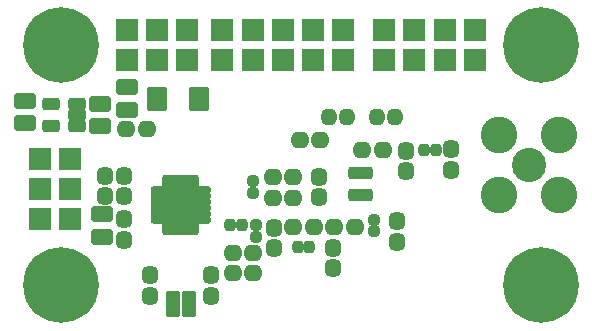
<source format=gbr>
%TF.GenerationSoftware,KiCad,Pcbnew,6.0.10+dfsg-1~bpo11+1*%
%TF.CreationDate,2023-02-14T07:13:44+00:00*%
%TF.ProjectId,ISM02B,49534d30-3242-42e6-9b69-6361645f7063,REV*%
%TF.SameCoordinates,Original*%
%TF.FileFunction,Soldermask,Bot*%
%TF.FilePolarity,Negative*%
%FSLAX46Y46*%
G04 Gerber Fmt 4.6, Leading zero omitted, Abs format (unit mm)*
G04 Created by KiCad (PCBNEW 6.0.10+dfsg-1~bpo11+1) date 2023-02-14 07:13:44*
%MOMM*%
%LPD*%
G01*
G04 APERTURE LIST*
G04 Aperture macros list*
%AMRoundRect*
0 Rectangle with rounded corners*
0 $1 Rounding radius*
0 $2 $3 $4 $5 $6 $7 $8 $9 X,Y pos of 4 corners*
0 Add a 4 corners polygon primitive as box body*
4,1,4,$2,$3,$4,$5,$6,$7,$8,$9,$2,$3,0*
0 Add four circle primitives for the rounded corners*
1,1,$1+$1,$2,$3*
1,1,$1+$1,$4,$5*
1,1,$1+$1,$6,$7*
1,1,$1+$1,$8,$9*
0 Add four rect primitives between the rounded corners*
20,1,$1+$1,$2,$3,$4,$5,0*
20,1,$1+$1,$4,$5,$6,$7,0*
20,1,$1+$1,$6,$7,$8,$9,0*
20,1,$1+$1,$8,$9,$2,$3,0*%
G04 Aperture macros list end*
%ADD10C,6.399998*%
%ADD11RoundRect,0.199999X-0.762000X-0.762000X0.762000X-0.762000X0.762000X0.762000X-0.762000X0.762000X0*%
%ADD12RoundRect,0.199999X0.762000X-0.762000X0.762000X0.762000X-0.762000X0.762000X-0.762000X-0.762000X0*%
%ADD13C,2.899998*%
%ADD14C,3.099998*%
%ADD15RoundRect,0.437499X0.237500X-0.287500X0.237500X0.287500X-0.237500X0.287500X-0.237500X-0.287500X0*%
%ADD16RoundRect,0.437499X0.287500X0.237500X-0.287500X0.237500X-0.287500X-0.237500X0.287500X-0.237500X0*%
%ADD17RoundRect,0.437499X-0.287500X-0.237500X0.287500X-0.237500X0.287500X0.237500X-0.287500X0.237500X0*%
%ADD18RoundRect,0.199999X0.425000X-0.375000X0.425000X0.375000X-0.425000X0.375000X-0.425000X-0.375000X0*%
%ADD19RoundRect,0.262499X0.062500X-0.350000X0.062500X0.350000X-0.062500X0.350000X-0.062500X-0.350000X0*%
%ADD20RoundRect,0.262499X0.350000X-0.062500X0.350000X0.062500X-0.350000X0.062500X-0.350000X-0.062500X0*%
%ADD21RoundRect,0.449999X1.050000X-1.050000X1.050000X1.050000X-1.050000X1.050000X-1.050000X-1.050000X0*%
%ADD22RoundRect,0.418749X-0.218750X-0.256250X0.218750X-0.256250X0.218750X0.256250X-0.218750X0.256250X0*%
%ADD23RoundRect,0.347499X-0.172500X0.147500X-0.172500X-0.147500X0.172500X-0.147500X0.172500X0.147500X0*%
%ADD24RoundRect,0.347499X-0.147500X-0.172500X0.147500X-0.172500X0.147500X0.172500X-0.147500X0.172500X0*%
%ADD25RoundRect,0.199999X0.698500X-0.444500X0.698500X0.444500X-0.698500X0.444500X-0.698500X-0.444500X0*%
%ADD26RoundRect,0.347499X0.172500X-0.147500X0.172500X0.147500X-0.172500X0.147500X-0.172500X-0.147500X0*%
%ADD27RoundRect,0.437499X-0.237500X0.287500X-0.237500X-0.287500X0.237500X-0.287500X0.237500X0.287500X0*%
%ADD28RoundRect,0.199999X-0.650000X-0.850000X0.650000X-0.850000X0.650000X0.850000X-0.650000X0.850000X0*%
%ADD29RoundRect,0.199999X0.530000X0.325000X-0.530000X0.325000X-0.530000X-0.325000X0.530000X-0.325000X0*%
%ADD30RoundRect,0.199999X-0.698500X0.444500X-0.698500X-0.444500X0.698500X-0.444500X0.698500X0.444500X0*%
%ADD31RoundRect,0.199999X0.200000X-0.325000X0.200000X0.325000X-0.200000X0.325000X-0.200000X-0.325000X0*%
%ADD32RoundRect,0.418749X0.218750X0.256250X-0.218750X0.256250X-0.218750X-0.256250X0.218750X-0.256250X0*%
G04 APERTURE END LIST*
D10*
%TO.C,M2*%
X139700000Y-104140000D03*
%TD*%
%TO.C,M3*%
X180340000Y-124460000D03*
%TD*%
D11*
%TO.C,J2*%
X137922000Y-118872000D03*
X140462000Y-118872000D03*
%TD*%
D12*
%TO.C,J5*%
X167102000Y-105410000D03*
X167102000Y-102870000D03*
%TD*%
%TO.C,J4*%
X172202000Y-105410000D03*
X172202000Y-102870000D03*
%TD*%
%TO.C,J3*%
X163596000Y-105410000D03*
X163596000Y-102870000D03*
%TD*%
D13*
%TO.C,J12*%
X179374800Y-114300000D03*
D14*
X181914800Y-111760000D03*
X176834800Y-111760000D03*
X176834800Y-116840000D03*
X181914800Y-116840000D03*
%TD*%
D12*
%TO.C,J10*%
X153396000Y-105410000D03*
X153396000Y-102870000D03*
%TD*%
%TO.C,J7*%
X174752000Y-105410000D03*
X174752000Y-102870000D03*
%TD*%
%TO.C,J9*%
X155946000Y-105410000D03*
X155946000Y-102870000D03*
%TD*%
%TO.C,J8*%
X158496000Y-105410000D03*
X158496000Y-102870000D03*
%TD*%
%TO.C,J11*%
X161046000Y-105410000D03*
X161046000Y-102870000D03*
%TD*%
%TO.C,J6*%
X169652000Y-105410000D03*
X169652000Y-102870000D03*
%TD*%
D10*
%TO.C,M1*%
X180340000Y-104140000D03*
%TD*%
D12*
%TO.C,J1*%
X145288000Y-105410000D03*
X145288000Y-102870000D03*
X147828000Y-105410000D03*
X147828000Y-102870000D03*
X150368000Y-105410000D03*
X150368000Y-102870000D03*
%TD*%
D10*
%TO.C,M4*%
X139700000Y-124460000D03*
%TD*%
D11*
%TO.C,J15*%
X137922000Y-113792000D03*
X140462000Y-113792000D03*
%TD*%
%TO.C,J13*%
X137922000Y-116332000D03*
X140462000Y-116332000D03*
%TD*%
D15*
%TO.C,C19*%
X168949600Y-114805000D03*
X168949600Y-113055000D03*
%TD*%
D16*
%TO.C,C18*%
X161671000Y-112141000D03*
X159921000Y-112141000D03*
%TD*%
D15*
%TO.C,C12*%
X161558000Y-117021000D03*
X161558000Y-115271000D03*
%TD*%
%TO.C,C22*%
X172720000Y-114667000D03*
X172720000Y-112917000D03*
%TD*%
%TO.C,C4*%
X145058000Y-120621000D03*
X145058000Y-118871000D03*
%TD*%
%TO.C,C5*%
X143458000Y-116921000D03*
X143458000Y-115171000D03*
%TD*%
%TO.C,C1*%
X152458000Y-125335000D03*
X152458000Y-123585000D03*
%TD*%
%TO.C,C3*%
X147258000Y-125335000D03*
X147258000Y-123585000D03*
%TD*%
D16*
%TO.C,C10*%
X159385000Y-117046000D03*
X157635000Y-117046000D03*
%TD*%
D15*
%TO.C,C6*%
X145058000Y-116921000D03*
X145058000Y-115171000D03*
%TD*%
D17*
%TO.C,C8*%
X157635000Y-115316000D03*
X159385000Y-115316000D03*
%TD*%
D18*
%TO.C,Y1*%
X150533000Y-126585000D03*
X149183000Y-126585000D03*
X149183000Y-125535000D03*
X150533000Y-125535000D03*
%TD*%
D19*
%TO.C,U1*%
X151108000Y-119583500D03*
X150608000Y-119583500D03*
X150108000Y-119583500D03*
X149608000Y-119583500D03*
X149108000Y-119583500D03*
X148608000Y-119583500D03*
D20*
X147920500Y-118896000D03*
X147920500Y-118396000D03*
X147920500Y-117896000D03*
X147920500Y-117396000D03*
X147920500Y-116896000D03*
X147920500Y-116396000D03*
D19*
X148608000Y-115708500D03*
X149108000Y-115708500D03*
X149608000Y-115708500D03*
X150108000Y-115708500D03*
X150608000Y-115708500D03*
X151108000Y-115708500D03*
D20*
X151795500Y-116396000D03*
X151795500Y-116896000D03*
X151795500Y-117396000D03*
X151795500Y-117896000D03*
X151795500Y-118396000D03*
X151795500Y-118896000D03*
D21*
X149858000Y-117646000D03*
%TD*%
D22*
%TO.C,R1*%
X166446000Y-110236000D03*
X168021000Y-110236000D03*
%TD*%
D23*
%TO.C,L2*%
X155970000Y-115661000D03*
X155970000Y-116631000D03*
%TD*%
D24*
%TO.C,L7*%
X170464600Y-113030000D03*
X171434600Y-113030000D03*
%TD*%
D25*
%TO.C,L1*%
X143158000Y-120332500D03*
X143158000Y-118427500D03*
%TD*%
D26*
%TO.C,L4*%
X156258000Y-120331000D03*
X156258000Y-119361000D03*
%TD*%
%TO.C,L6*%
X166217600Y-119865000D03*
X166217600Y-118895000D03*
%TD*%
D24*
%TO.C,L5*%
X159773000Y-121246000D03*
X160743000Y-121246000D03*
%TD*%
D16*
%TO.C,C13*%
X161133000Y-119546000D03*
X159383000Y-119546000D03*
%TD*%
D27*
%TO.C,C16*%
X168148000Y-119013000D03*
X168148000Y-120763000D03*
%TD*%
D16*
%TO.C,C17*%
X166979600Y-113030000D03*
X165229600Y-113030000D03*
%TD*%
D27*
%TO.C,C14*%
X162758000Y-121285000D03*
X162758000Y-123035000D03*
%TD*%
%TO.C,C11*%
X157758000Y-119571000D03*
X157758000Y-121321000D03*
%TD*%
D16*
%TO.C,C15*%
X164614800Y-119532400D03*
X162864800Y-119532400D03*
%TD*%
%TO.C,C9*%
X156008000Y-121746000D03*
X154258000Y-121746000D03*
%TD*%
%TO.C,C7*%
X156008000Y-123446000D03*
X154258000Y-123446000D03*
%TD*%
D24*
%TO.C,L3*%
X154073000Y-119346000D03*
X155043000Y-119346000D03*
%TD*%
D17*
%TO.C,C2*%
X145263000Y-111252000D03*
X147013000Y-111252000D03*
%TD*%
D28*
%TO.C,D1*%
X147884000Y-108712000D03*
X151384000Y-108712000D03*
%TD*%
D29*
%TO.C,U2*%
X141038000Y-109102000D03*
X141038000Y-110052000D03*
X141038000Y-111002000D03*
X138838000Y-111002000D03*
X138838000Y-109102000D03*
%TD*%
D25*
%TO.C,C24*%
X136652000Y-110744000D03*
X136652000Y-108839000D03*
%TD*%
D30*
%TO.C,C21*%
X143038000Y-109099500D03*
X143038000Y-111004500D03*
%TD*%
D25*
%TO.C,C25*%
X145288000Y-109601000D03*
X145288000Y-107696000D03*
%TD*%
D31*
%TO.C,U3*%
X165750000Y-116836000D03*
X165100000Y-116836000D03*
X164450000Y-116836000D03*
X164450000Y-114936000D03*
X165100000Y-114936000D03*
X165750000Y-114936000D03*
%TD*%
D32*
%TO.C,R2*%
X163957000Y-110236000D03*
X162382000Y-110236000D03*
%TD*%
M02*

</source>
